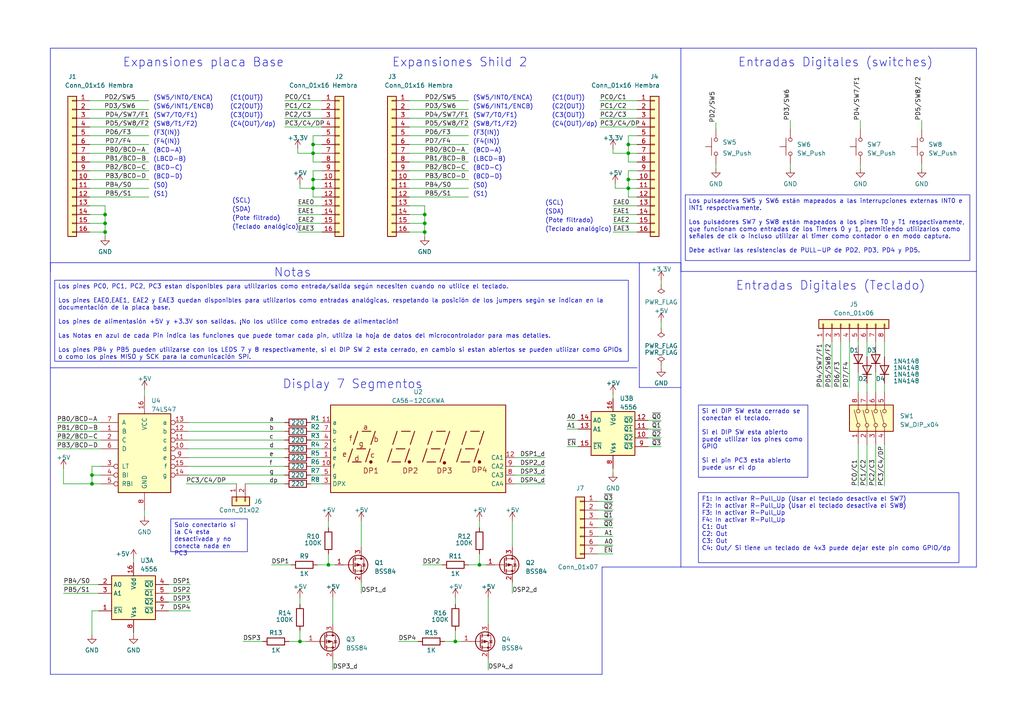
<source format=kicad_sch>
(kicad_sch (version 20230121) (generator eeschema)
  (paper "A4")
  (title_block (title "Shield 2") (date "2023-03-02") (rev "Rev 1.0") (company "E.E.S.T. N°1 V.L."))
  (lib_symbols
    (symbol "4xxx_IEEE:4556"
      (property "Reference" "U" (at 5.08 8.89 0))
      (property "Value" "4556" (at 6.35 -8.89 0))
      (symbol "4556_0_1"
        (pin power_in line (at 0 10.16 270) (length 3.81) (name "Vdd") (number "16"))
        (pin power_in line (at 0 -10.16 90) (length 3.81) (name "Vss") (number "8"))
      )
      (symbol "4556_1_1"
        (pin input line (at -10.16 -3.81 0) (length 3.81) (name "~{EN}") (number "1"))
        (pin input line (at -10.16 3.81 0) (length 3.81) (name "A0") (number "2"))
        (pin input line (at -10.16 1.27 0) (length 3.81) (name "A1") (number "3"))
        (pin output line (at 10.16 3.81 180) (length 3.81) (name "~{Q0}") (number "4"))
        (pin output line (at 10.16 1.27 180) (length 3.81) (name "~{Q1}") (number "5"))
        (pin output line (at 10.16 -1.27 180) (length 3.81) (name "~{Q2}") (number "6"))
        (pin output line (at 10.16 -3.81 180) (length 3.81) (name "~{Q3}") (number "7"))
      )
      (symbol "4556_2_1"
        (pin output line (at 10.16 -1.27 180) (length 3.81) (name "~{Q2}") (number "10"))
        (pin output line (at 10.16 1.27 180) (length 3.81) (name "~{Q1}") (number "11"))
        (pin output line (at 10.16 3.81 180) (length 3.81) (name "~{Q0}") (number "12"))
        (pin input line (at -10.16 1.27 0) (length 3.81) (name "A1") (number "13"))
        (pin input line (at -10.16 3.81 0) (length 3.81) (name "A0") (number "14"))
        (pin input line (at -10.16 -3.81 0) (length 3.81) (name "~{EN}") (number "15"))
        (pin output line (at 10.16 -3.81 180) (length 3.81) (name "~{Q3}") (number "9"))
      )
    )
    (symbol "74xx:74LS47" (pin_names (offset 1.016))
      (property "Reference" "U" (at -7.62 11.43 0))
      (property "Value" "74LS47" (at -7.62 -13.97 0))
      (symbol "74LS47_1_0"
        (pin input line (at -12.7 5.08 0) (length 5.08) (name "B") (number "1"))
        (pin open_collector inverted (at 12.7 0 180) (length 5.08) (name "d") (number "10"))
        (pin open_collector inverted (at 12.7 2.54 180) (length 5.08) (name "c") (number "11"))
        (pin open_collector inverted (at 12.7 5.08 180) (length 5.08) (name "b") (number "12"))
        (pin open_collector inverted (at 12.7 7.62 180) (length 5.08) (name "a") (number "13"))
        (pin open_collector inverted (at 12.7 -7.62 180) (length 5.08) (name "g") (number "14"))
        (pin open_collector inverted (at 12.7 -5.08 180) (length 5.08) (name "f") (number "15"))
        (pin power_in line (at 0 15.24 270) (length 5.08) (name "VCC") (number "16"))
        (pin input line (at -12.7 2.54 0) (length 5.08) (name "C") (number "2"))
        (pin input inverted (at -12.7 -5.08 0) (length 5.08) (name "LT") (number "3"))
        (pin input inverted (at -12.7 -7.62 0) (length 5.08) (name "BI") (number "4"))
        (pin input inverted (at -12.7 -10.16 0) (length 5.08) (name "RBI") (number "5"))
        (pin input line (at -12.7 0 0) (length 5.08) (name "D") (number "6"))
        (pin input line (at -12.7 7.62 0) (length 5.08) (name "A") (number "7"))
        (pin power_in line (at 0 -17.78 90) (length 5.08) (name "GND") (number "8"))
        (pin open_collector inverted (at 12.7 -2.54 180) (length 5.08) (name "e") (number "9"))
      )
    )
    (symbol "Connector_Generic:Conn_01x02" (pin_names (offset 1.016) hide)
      (property "Reference" "J" (at 0 2.54 0))
      (property "Value" "Conn_01x02" (at 0 -5.08 0))
      (symbol "Conn_01x02_1_1"
        (pin passive line (at -5.08 0 0) (length 3.81) (name "Pin_1") (number "1"))
        (pin passive line (at -5.08 -2.54 0) (length 3.81) (name "Pin_2") (number "2"))
      )
    )
    (symbol "Connector_Generic:Conn_01x07" (pin_names (offset 1.016) hide)
      (property "Reference" "J" (at 0 10.16 0))
      (property "Value" "Conn_01x07" (at 0 -10.16 0))
      (symbol "Conn_01x07_1_1"
        (pin passive line (at -5.08 7.62 0) (length 3.81) (name "Pin_1") (number "1"))
        (pin passive line (at -5.08 5.08 0) (length 3.81) (name "Pin_2") (number "2"))
        (pin passive line (at -5.08 2.54 0) (length 3.81) (name "Pin_3") (number "3"))
        (pin passive line (at -5.08 0 0) (length 3.81) (name "Pin_4") (number "4"))
        (pin passive line (at -5.08 -2.54 0) (length 3.81) (name "Pin_5") (number "5"))
        (pin passive line (at -5.08 -5.08 0) (length 3.81) (name "Pin_6") (number "6"))
        (pin passive line (at -5.08 -7.62 0) (length 3.81) (name "Pin_7") (number "7"))
      )
    )
    (symbol "Connector_Generic:Conn_01x08" (pin_names (offset 1.016) hide)
      (property "Reference" "J" (at 0 10.16 0))
      (property "Value" "Conn_01x08" (at 0 -12.7 0))
      (symbol "Conn_01x08_1_1"
        (pin passive line (at -5.08 7.62 0) (length 3.81) (name "Pin_1") (number "1"))
        (pin passive line (at -5.08 5.08 0) (length 3.81) (name "Pin_2") (number "2"))
        (pin passive line (at -5.08 2.54 0) (length 3.81) (name "Pin_3") (number "3"))
        (pin passive line (at -5.08 0 0) (length 3.81) (name "Pin_4") (number "4"))
        (pin passive line (at -5.08 -2.54 0) (length 3.81) (name "Pin_5") (number "5"))
        (pin passive line (at -5.08 -5.08 0) (length 3.81) (name "Pin_6") (number "6"))
        (pin passive line (at -5.08 -7.62 0) (length 3.81) (name "Pin_7") (number "7"))
        (pin passive line (at -5.08 -10.16 0) (length 3.81) (name "Pin_8") (number "8"))
      )
    )
    (symbol "Connector_Generic:Conn_01x16" (pin_names (offset 1.016) hide)
      (property "Reference" "J" (at 0 20.32 0))
      (property "Value" "Conn_01x16" (at 0 -22.86 0))
      (symbol "Conn_01x16_1_1"
        (pin passive line (at -5.08 17.78 0) (length 3.81) (name "Pin_1") (number "1"))
        (pin passive line (at -5.08 -5.08 0) (length 3.81) (name "Pin_10") (number "10"))
        (pin passive line (at -5.08 -7.62 0) (length 3.81) (name "Pin_11") (number "11"))
        (pin passive line (at -5.08 -10.16 0) (length 3.81) (name "Pin_12") (number "12"))
        (pin passive line (at -5.08 -12.7 0) (length 3.81) (name "Pin_13") (number "13"))
        (pin passive line (at -5.08 -15.24 0) (length 3.81) (name "Pin_14") (number "14"))
        (pin passive line (at -5.08 -17.78 0) (length 3.81) (name "Pin_15") (number "15"))
        (pin passive line (at -5.08 -20.32 0) (length 3.81) (name "Pin_16") (number "16"))
        (pin passive line (at -5.08 15.24 0) (length 3.81) (name "Pin_2") (number "2"))
        (pin passive line (at -5.08 12.7 0) (length 3.81) (name "Pin_3") (number "3"))
        (pin passive line (at -5.08 10.16 0) (length 3.81) (name "Pin_4") (number "4"))
        (pin passive line (at -5.08 7.62 0) (length 3.81) (name "Pin_5") (number "5"))
        (pin passive line (at -5.08 5.08 0) (length 3.81) (name "Pin_6") (number "6"))
        (pin passive line (at -5.08 2.54 0) (length 3.81) (name "Pin_7") (number "7"))
        (pin passive line (at -5.08 0 0) (length 3.81) (name "Pin_8") (number "8"))
        (pin passive line (at -5.08 -2.54 0) (length 3.81) (name "Pin_9") (number "9"))
      )
    )
    (symbol "Device:R" (pin_numbers hide) (pin_names (offset 0))
      (property "Reference" "R" (at 2.032 0 90))
      (property "Value" "R" (at 0 0 90))
      (symbol "R_1_1"
        (pin passive line (at 0 3.81 270) (length 1.27) (name "~") (number "1"))
        (pin passive line (at 0 -3.81 90) (length 1.27) (name "~") (number "2"))
      )
    )
    (symbol "Diode:1N4148" (pin_numbers hide) (pin_names hide)
      (property "Reference" "D" (at 0 2.54 0))
      (property "Value" "1N4148" (at 0 -2.54 0))
      (symbol "1N4148_1_1"
        (pin passive line (at -3.81 0 0) (length 2.54) (name "K") (number "1"))
        (pin passive line (at 3.81 0 180) (length 2.54) (name "A") (number "2"))
      )
    )
    (symbol "Display_Character:CA56-12CGKWA"
      (property "Reference" "U" (at -24.13 13.97 0))
      (property "Value" "CA56-12CGKWA" (at 17.78 13.97 0))
      (symbol "CA56-12CGKWA_0_0"
        (text "a" (at -15.24 6.35 0) (effects (font (size 1.524 1.524))))
        (text "b" (at -12.192 2.794 0) (effects (font (size 1.524 1.524))))
        (text "c" (at -13.208 -1.778 0) (effects (font (size 1.524 1.524))))
        (text "d" (at -17.78 -2.794 0) (effects (font (size 1.524 1.524))))
        (text "DP1" (at -13.716 -6.35 0) (effects (font (size 1.524 1.524))))
        (text "DP2" (at -2.286 -6.35 0) (effects (font (size 1.524 1.524))))
        (text "DP3" (at 7.62 -6.35 0) (effects (font (size 1.524 1.524))))
        (text "DP4" (at 17.78 -6.096 0) (effects (font (size 1.524 1.524))))
        (text "e" (at -21.336 -1.524 0) (effects (font (size 1.524 1.524))))
        (text "f" (at -19.558 3.048 0) (effects (font (size 1.524 1.524))))
        (text "g" (at -16.51 1.524 0) (effects (font (size 1.524 1.524))))
      )
      (symbol "CA56-12CGKWA_1_1"
        (pin input line (at -27.94 -2.54 0) (length 2.54) (name "e") (number "1"))
        (pin input line (at -27.94 -5.08 0) (length 2.54) (name "f") (number "10"))
        (pin input line (at -27.94 7.62 0) (length 2.54) (name "a") (number "11"))
        (pin input line (at 27.94 -2.54 180) (length 2.54) (name "CA1") (number "12"))
        (pin input line (at -27.94 0 0) (length 2.54) (name "d") (number "2"))
        (pin input line (at -27.94 -10.16 0) (length 2.54) (name "DPX") (number "3"))
        (pin input line (at -27.94 2.54 0) (length 2.54) (name "c") (number "4"))
        (pin input line (at -27.94 -7.62 0) (length 2.54) (name "g") (number "5"))
        (pin input line (at 27.94 -10.16 180) (length 2.54) (name "CA4") (number "6"))
        (pin input line (at -27.94 5.08 0) (length 2.54) (name "b") (number "7"))
        (pin input line (at 27.94 -7.62 180) (length 2.54) (name "CA3") (number "8"))
        (pin input line (at 27.94 -5.08 180) (length 2.54) (name "CA2") (number "9"))
      )
    )
    (symbol "Switch:SW_DIP_x04" (pin_names (offset 0) hide)
      (property "Reference" "SW" (at 0 8.89 0))
      (property "Value" "SW_DIP_x04" (at 0 -6.35 0))
      (symbol "SW_DIP_x04_1_1"
        (pin passive line (at -7.62 5.08 0) (length 5.08) (name "~") (number "1"))
        (pin passive line (at -7.62 2.54 0) (length 5.08) (name "~") (number "2"))
        (pin passive line (at -7.62 0 0) (length 5.08) (name "~") (number "3"))
        (pin passive line (at -7.62 -2.54 0) (length 5.08) (name "~") (number "4"))
        (pin passive line (at 7.62 -2.54 180) (length 5.08) (name "~") (number "5"))
        (pin passive line (at 7.62 0 180) (length 5.08) (name "~") (number "6"))
        (pin passive line (at 7.62 2.54 180) (length 5.08) (name "~") (number "7"))
        (pin passive line (at 7.62 5.08 180) (length 5.08) (name "~") (number "8"))
      )
    )
    (symbol "Switch:SW_Push" (pin_numbers hide) (pin_names (offset 1.016) hide)
      (property "Reference" "SW" (at 1.27 2.54 0))
      (property "Value" "SW_Push" (at 0 -1.524 0))
      (symbol "SW_Push_0_1"
        (pin passive line (at -5.08 0 0) (length 2.54) (name "1") (number "1"))
        (pin passive line (at 5.08 0 180) (length 2.54) (name "2") (number "2"))
      )
    )
    (symbol "Transistor_FET:BSS84" (pin_names hide)
      (property "Reference" "Q" (at 5.08 1.905 0))
      (property "Value" "BSS84" (at 5.08 0 0))
      (symbol "BSS84_1_1"
        (pin input line (at -5.08 0 0) (length 2.54) (name "G") (number "1"))
        (pin passive line (at 2.54 -5.08 90) (length 2.54) (name "S") (number "2"))
        (pin passive line (at 2.54 5.08 270) (length 2.54) (name "D") (number "3"))
      )
    )
    (symbol "power:+3.3V" (power) (pin_names (offset 0))
      (property "Value" "+3.3V" (at 0 3.556 0))
      (symbol "+3.3V_1_1"
        (pin power_in line (at 0 0 90) (length 0) hide (name "+3.3V") (number "1"))
      )
    )
    (symbol "power:+5V" (power) (pin_names (offset 0))
      (property "Value" "+5V" (at 0 3.556 0))
      (symbol "+5V_1_1"
        (pin power_in line (at 0 0 90) (length 0) hide (name "+5V") (number "1"))
      )
    )
    (symbol "power:GND" (power) (pin_names (offset 0))
      (property "Value" "GND" (at 0 -3.81 0))
      (symbol "GND_1_1"
        (pin power_in line (at 0 0 270) (length 0) hide (name "GND") (number "1"))
      )
    )
    (symbol "power:PWR_FLAG" (power) (pin_numbers hide) (pin_names (offset 0) hide)
      (property "Value" "PWR_FLAG" (at 0 3.81 0))
      (symbol "PWR_FLAG_0_0"
        (pin power_out line (at 0 0 90) (length 0) (name "pwr") (number "1"))
      )
    )
  )
  (junction (at 30.48 62.23))
  (junction (at 90.805 52.07))
  (junction (at 182.245 52.07))
  (junction (at 30.48 67.31))
  (junction (at 26.67 137.795))
  (junction (at 26.67 140.335))
  (junction (at 123.19 64.77))
  (junction (at 182.245 41.91))
  (junction (at 30.48 64.77))
  (junction (at 123.19 67.31))
  (junction (at 90.805 41.91))
  (junction (at 95.25 163.83))
  (junction (at 90.805 54.61))
  (junction (at 123.19 62.23))
  (junction (at 182.245 54.61))
  (junction (at 132.08 186.055))
  (junction (at 139.065 163.83))
  (junction (at 90.805 44.45))
  (junction (at 182.245 44.45))
  (junction (at 86.995 186.055))
  (wire (pts (xy 30.48 68.58) (xy 30.48 67.31)))
  (wire (pts (xy 16.51 122.555) (xy 29.21 122.555)))
  (polyline (pts (xy 14.605 76.2) (xy 197.485 76.2)))
  (wire (pts (xy 30.48 64.77) (xy 30.48 67.31)))
  (wire (pts (xy 187.96 127) (xy 191.77 127)))
  (wire (pts (xy 86.36 43.18) (xy 86.36 44.45)))
  (wire (pts (xy 248.92 99.06) (xy 248.92 100.33)))
  (wire (pts (xy 207.645 48.895) (xy 207.645 47.625)))
  (wire (pts (xy 96.52 180.975) (xy 96.52 173.355)))
  (wire (pts (xy 54.61 132.715) (xy 82.55 132.715)))
  (wire (pts (xy 30.48 59.69) (xy 30.48 62.23)))
  (wire (pts (xy 173.99 29.21) (xy 184.785 29.21)))
  (wire (pts (xy 71.12 140.335) (xy 82.55 140.335)))
  (wire (pts (xy 123.19 59.69) (xy 118.745 59.69)))
  (wire (pts (xy 26.035 54.61) (xy 43.18 54.61)))
  (polyline (pts (xy 14.605 13.97) (xy 197.485 13.97)))
  (wire (pts (xy 182.245 44.45) (xy 184.785 44.45)))
  (polyline (pts (xy 14.605 76.2) (xy 14.605 195.58)))
  (wire (pts (xy 38.735 184.15) (xy 38.735 183.515)))
  (wire (pts (xy 90.805 41.91) (xy 93.345 41.91)))
  (wire (pts (xy 104.775 158.75) (xy 104.775 151.13)))
  (polyline (pts (xy 197.485 164.465) (xy 197.485 76.2)))
  (wire (pts (xy 90.805 44.45) (xy 93.345 44.45)))
  (wire (pts (xy 48.895 169.545) (xy 55.245 169.545)))
  (wire (pts (xy 173.99 36.83) (xy 184.785 36.83)))
  (wire (pts (xy 254 99.06) (xy 254 100.33)))
  (wire (pts (xy 182.245 52.07) (xy 184.785 52.07)))
  (wire (pts (xy 93.345 49.53) (xy 90.805 49.53)))
  (wire (pts (xy 177.8 135.89) (xy 177.8 137.16)))
  (polyline (pts (xy 174.625 195.58) (xy 174.625 164.465)))
  (wire (pts (xy 86.36 67.31) (xy 93.345 67.31)))
  (wire (pts (xy 26.035 41.91) (xy 43.18 41.91)))
  (wire (pts (xy 26.67 135.255) (xy 26.67 137.795)))
  (wire (pts (xy 90.17 140.335) (xy 93.345 140.335)))
  (wire (pts (xy 26.035 36.83) (xy 43.18 36.83)))
  (wire (pts (xy 182.245 39.37) (xy 182.245 41.91)))
  (wire (pts (xy 54.61 130.175) (xy 82.55 130.175)))
  (wire (pts (xy 26.035 44.45) (xy 43.18 44.45)))
  (wire (pts (xy 118.745 31.75) (xy 135.89 31.75)))
  (wire (pts (xy 48.895 174.625) (xy 55.245 174.625)))
  (wire (pts (xy 86.36 44.45) (xy 90.805 44.45)))
  (wire (pts (xy 118.745 36.83) (xy 135.89 36.83)))
  (wire (pts (xy 177.8 158.115) (xy 173.355 158.115)))
  (polyline (pts (xy 197.485 13.97) (xy 283.21 13.97)))
  (wire (pts (xy 54.61 135.255) (xy 82.55 135.255)))
  (wire (pts (xy 48.895 177.165) (xy 55.245 177.165)))
  (wire (pts (xy 26.035 29.21) (xy 43.18 29.21)))
  (wire (pts (xy 95.25 160.655) (xy 95.25 163.83)))
  (wire (pts (xy 118.745 62.23) (xy 123.19 62.23)))
  (polyline (pts (xy 14.605 195.58) (xy 174.625 195.58)))
  (wire (pts (xy 90.17 130.175) (xy 93.345 130.175)))
  (wire (pts (xy 187.96 121.92) (xy 191.77 121.92)))
  (wire (pts (xy 90.805 54.61) (xy 93.345 54.61)))
  (wire (pts (xy 182.245 54.61) (xy 184.785 54.61)))
  (wire (pts (xy 164.465 124.46) (xy 167.64 124.46)))
  (wire (pts (xy 38.735 161.925) (xy 38.735 163.195)))
  (wire (pts (xy 173.99 31.75) (xy 184.785 31.75)))
  (wire (pts (xy 249.555 48.895) (xy 249.555 47.625)))
  (wire (pts (xy 54.61 125.095) (xy 82.55 125.095)))
  (wire (pts (xy 26.035 34.29) (xy 43.18 34.29)))
  (wire (pts (xy 139.065 151.13) (xy 139.065 153.035)))
  (wire (pts (xy 118.745 34.29) (xy 135.89 34.29)))
  (wire (pts (xy 41.91 113.03) (xy 41.91 114.935)))
  (wire (pts (xy 249.555 34.925) (xy 249.555 37.465)))
  (wire (pts (xy 164.465 121.92) (xy 167.64 121.92)))
  (wire (pts (xy 132.08 186.055) (xy 133.985 186.055)))
  (wire (pts (xy 187.96 129.54) (xy 191.77 129.54)))
  (wire (pts (xy 256.54 111.125) (xy 256.54 113.665)))
  (wire (pts (xy 93.345 39.37) (xy 90.805 39.37)))
  (wire (pts (xy 191.77 106.045) (xy 191.77 106.68)))
  (wire (pts (xy 30.48 62.23) (xy 30.48 64.77)))
  (wire (pts (xy 177.8 67.31) (xy 184.785 67.31)))
  (polyline (pts (xy 283.21 13.97) (xy 283.21 164.465)))
  (wire (pts (xy 86.36 64.77) (xy 93.345 64.77)))
  (wire (pts (xy 86.995 173.355) (xy 86.995 175.26)))
  (wire (pts (xy 26.035 57.15) (xy 43.18 57.15)))
  (wire (pts (xy 177.8 145.415) (xy 173.355 145.415)))
  (wire (pts (xy 118.745 57.15) (xy 135.89 57.15)))
  (wire (pts (xy 86.36 62.23) (xy 93.345 62.23)))
  (wire (pts (xy 187.96 124.46) (xy 191.77 124.46)))
  (wire (pts (xy 118.745 49.53) (xy 135.89 49.53)))
  (wire (pts (xy 90.17 132.715) (xy 93.345 132.715)))
  (wire (pts (xy 30.48 59.69) (xy 26.035 59.69)))
  (wire (pts (xy 191.77 93.345) (xy 191.77 95.25)))
  (wire (pts (xy 123.19 68.58) (xy 123.19 67.31)))
  (wire (pts (xy 70.485 186.055) (xy 76.2 186.055)))
  (wire (pts (xy 132.08 173.355) (xy 132.08 175.26)))
  (polyline (pts (xy 174.625 164.465) (xy 197.485 164.465)))
  (wire (pts (xy 18.415 135.89) (xy 18.415 140.335)))
  (wire (pts (xy 254 128.905) (xy 254 140.97)))
  (wire (pts (xy 26.67 137.795) (xy 26.67 140.335)))
  (polyline (pts (xy 197.485 78.74) (xy 283.21 78.74)))
  (wire (pts (xy 148.59 151.13) (xy 148.59 158.75)))
  (wire (pts (xy 132.08 182.88) (xy 132.08 186.055)))
  (wire (pts (xy 182.245 57.15) (xy 184.785 57.15)))
  (wire (pts (xy 90.805 52.07) (xy 93.345 52.07)))
  (wire (pts (xy 16.51 125.095) (xy 29.21 125.095)))
  (wire (pts (xy 246.38 99.06) (xy 246.38 112.395)))
  (polyline (pts (xy 14.605 106.68) (xy 184.785 106.68)))
  (wire (pts (xy 254 107.95) (xy 254 113.665)))
  (wire (pts (xy 90.805 44.45) (xy 90.805 46.99)))
  (wire (pts (xy 16.51 130.175) (xy 29.21 130.175)))
  (wire (pts (xy 54.61 122.555) (xy 82.55 122.555)))
  (wire (pts (xy 82.55 36.83) (xy 93.345 36.83)))
  (wire (pts (xy 122.555 163.83) (xy 128.27 163.83)))
  (wire (pts (xy 123.19 62.23) (xy 123.19 64.77)))
  (wire (pts (xy 86.995 54.61) (xy 90.805 54.61)))
  (wire (pts (xy 96.52 191.135) (xy 96.52 194.31)))
  (wire (pts (xy 256.54 128.905) (xy 256.54 140.97)))
  (wire (pts (xy 148.59 168.91) (xy 148.59 172.085)))
  (wire (pts (xy 86.995 186.055) (xy 88.9 186.055)))
  (wire (pts (xy 29.21 140.335) (xy 26.67 140.335)))
  (wire (pts (xy 123.19 59.69) (xy 123.19 62.23)))
  (wire (pts (xy 18.415 172.085) (xy 28.575 172.085)))
  (wire (pts (xy 267.335 48.895) (xy 267.335 47.625)))
  (wire (pts (xy 177.8 150.495) (xy 173.355 150.495)))
  (wire (pts (xy 182.245 52.07) (xy 182.245 54.61)))
  (wire (pts (xy 177.8 44.45) (xy 182.245 44.45)))
  (wire (pts (xy 182.245 44.45) (xy 182.245 46.99)))
  (wire (pts (xy 182.245 54.61) (xy 182.245 57.15)))
  (wire (pts (xy 82.55 29.21) (xy 93.345 29.21)))
  (wire (pts (xy 115.57 186.055) (xy 121.285 186.055)))
  (wire (pts (xy 95.25 151.13) (xy 95.25 153.035)))
  (wire (pts (xy 238.76 99.06) (xy 238.76 112.395)))
  (wire (pts (xy 90.17 127.635) (xy 93.345 127.635)))
  (wire (pts (xy 78.74 163.83) (xy 84.455 163.83)))
  (wire (pts (xy 118.745 44.45) (xy 135.89 44.45)))
  (polyline (pts (xy 14.605 78.74) (xy 14.605 13.97)))
  (wire (pts (xy 251.46 128.905) (xy 251.46 140.97)))
  (wire (pts (xy 182.245 49.53) (xy 182.245 52.07)))
  (wire (pts (xy 92.075 163.83) (xy 95.25 163.83)))
  (wire (pts (xy 251.46 99.06) (xy 251.46 103.505)))
  (wire (pts (xy 90.805 52.07) (xy 90.805 54.61)))
  (wire (pts (xy 248.92 107.95) (xy 248.92 113.665)))
  (wire (pts (xy 182.245 41.91) (xy 184.785 41.91)))
  (wire (pts (xy 177.8 59.69) (xy 184.785 59.69)))
  (wire (pts (xy 123.19 64.77) (xy 123.19 67.31)))
  (wire (pts (xy 182.245 41.91) (xy 182.245 44.45)))
  (wire (pts (xy 86.995 182.88) (xy 86.995 186.055)))
  (wire (pts (xy 90.17 135.255) (xy 93.345 135.255)))
  (wire (pts (xy 139.065 160.655) (xy 139.065 163.83)))
  (wire (pts (xy 177.8 62.23) (xy 184.785 62.23)))
  (wire (pts (xy 177.8 64.77) (xy 184.785 64.77)))
  (wire (pts (xy 251.46 111.125) (xy 251.46 113.665)))
  (wire (pts (xy 118.745 29.21) (xy 135.89 29.21)))
  (wire (pts (xy 256.54 99.06) (xy 256.54 103.505)))
  (wire (pts (xy 90.17 137.795) (xy 93.345 137.795)))
  (wire (pts (xy 118.745 54.61) (xy 135.89 54.61)))
  (wire (pts (xy 164.465 129.54) (xy 167.64 129.54)))
  (polyline (pts (xy 185.42 76.2) (xy 185.42 112.395)))
  (wire (pts (xy 90.17 125.095) (xy 93.345 125.095)))
  (wire (pts (xy 86.995 53.34) (xy 86.995 54.61)))
  (wire (pts (xy 118.745 41.91) (xy 135.89 41.91)))
  (wire (pts (xy 90.17 122.555) (xy 93.345 122.555)))
  (wire (pts (xy 26.035 39.37) (xy 43.18 39.37)))
  (wire (pts (xy 41.91 147.955) (xy 41.91 149.86)))
  (wire (pts (xy 26.67 177.165) (xy 26.67 184.15)))
  (wire (pts (xy 141.605 180.975) (xy 141.605 173.355)))
  (wire (pts (xy 182.245 46.99) (xy 184.785 46.99)))
  (wire (pts (xy 26.035 49.53) (xy 43.18 49.53)))
  (wire (pts (xy 104.775 168.91) (xy 104.775 172.085)))
  (wire (pts (xy 83.82 186.055) (xy 86.995 186.055)))
  (wire (pts (xy 173.99 34.29) (xy 184.785 34.29)))
  (wire (pts (xy 26.035 52.07) (xy 43.18 52.07)))
  (wire (pts (xy 149.225 132.715) (xy 158.115 132.715)))
  (wire (pts (xy 26.67 177.165) (xy 28.575 177.165)))
  (wire (pts (xy 26.035 64.77) (xy 30.48 64.77)))
  (wire (pts (xy 135.89 163.83) (xy 139.065 163.83)))
  (wire (pts (xy 207.645 37.465) (xy 207.645 35.56)))
  (wire (pts (xy 191.77 81.28) (xy 191.77 82.55)))
  (wire (pts (xy 90.805 46.99) (xy 93.345 46.99)))
  (polyline (pts (xy 185.42 112.395) (xy 197.485 112.395)))
  (wire (pts (xy 90.805 54.61) (xy 90.805 57.15)))
  (polyline (pts (xy 283.21 164.465) (xy 197.485 164.465)))
  (wire (pts (xy 178.435 53.34) (xy 178.435 54.61)))
  (wire (pts (xy 54.61 137.795) (xy 82.55 137.795)))
  (wire (pts (xy 90.805 41.91) (xy 90.805 44.45)))
  (wire (pts (xy 177.8 147.955) (xy 173.355 147.955)))
  (wire (pts (xy 141.605 191.135) (xy 141.605 194.31)))
  (wire (pts (xy 82.55 34.29) (xy 93.345 34.29)))
  (wire (pts (xy 86.36 59.69) (xy 93.345 59.69)))
  (wire (pts (xy 128.905 186.055) (xy 132.08 186.055)))
  (wire (pts (xy 90.805 39.37) (xy 90.805 41.91)))
  (wire (pts (xy 118.745 67.31) (xy 123.19 67.31)))
  (wire (pts (xy 177.8 160.655) (xy 173.355 160.655)))
  (wire (pts (xy 118.745 46.99) (xy 135.89 46.99)))
  (wire (pts (xy 177.8 114.3) (xy 177.8 115.57)))
  (wire (pts (xy 229.235 48.895) (xy 229.235 47.625)))
  (wire (pts (xy 149.225 135.255) (xy 158.115 135.255)))
  (wire (pts (xy 18.415 169.545) (xy 28.575 169.545)))
  (wire (pts (xy 248.92 128.905) (xy 248.92 140.97)))
  (wire (pts (xy 90.805 57.15) (xy 93.345 57.15)))
  (wire (pts (xy 26.035 46.99) (xy 43.18 46.99)))
  (wire (pts (xy 82.55 31.75) (xy 93.345 31.75)))
  (wire (pts (xy 16.51 127.635) (xy 29.21 127.635)))
  (wire (pts (xy 184.785 39.37) (xy 182.245 39.37)))
  (wire (pts (xy 177.8 155.575) (xy 173.355 155.575)))
  (wire (pts (xy 118.745 52.07) (xy 135.89 52.07)))
  (wire (pts (xy 48.895 172.085) (xy 55.245 172.085)))
  (wire (pts (xy 149.225 137.795) (xy 158.115 137.795)))
  (wire (pts (xy 184.785 49.53) (xy 182.245 49.53)))
  (wire (pts (xy 177.8 153.035) (xy 173.355 153.035)))
  (wire (pts (xy 26.67 140.335) (xy 18.415 140.335)))
  (wire (pts (xy 243.84 99.06) (xy 243.84 112.395)))
  (wire (pts (xy 90.805 49.53) (xy 90.805 52.07)))
  (wire (pts (xy 149.225 140.335) (xy 158.115 140.335)))
  (wire (pts (xy 118.745 39.37) (xy 135.89 39.37)))
  (wire (pts (xy 229.235 34.925) (xy 229.235 37.465)))
  (wire (pts (xy 241.3 99.06) (xy 241.3 112.395)))
  (polyline (pts (xy 197.485 13.97) (xy 197.485 78.74)))
  (wire (pts (xy 177.8 43.18) (xy 177.8 44.45)))
  (wire (pts (xy 29.21 137.795) (xy 26.67 137.795)))
  (wire (pts (xy 26.035 67.31) (xy 30.48 67.31)))
  (wire (pts (xy 267.335 37.465) (xy 267.335 34.925)))
  (wire (pts (xy 26.035 31.75) (xy 43.18 31.75)))
  (wire (pts (xy 118.745 64.77) (xy 123.19 64.77)))
  (wire (pts (xy 139.065 163.83) (xy 140.97 163.83)))
  (wire (pts (xy 54.61 127.635) (xy 82.55 127.635)))
  (wire (pts (xy 26.035 62.23) (xy 30.48 62.23)))
  (wire (pts (xy 53.975 140.335) (xy 68.58 140.335)))
  (wire (pts (xy 178.435 54.61) (xy 182.245 54.61)))
  (wire (pts (xy 95.25 163.83) (xy 97.155 163.83)))
  (wire (pts (xy 29.21 135.255) (xy 26.67 135.255)))
  (text_box "Si el DIP SW esta cerrado se conectan el teclado.\n\nSi el DIP SW esta abierto puede utilizar los pines como GPIO\n\nSi el pin PC3 esta abierto puede usr el dp" (at 202.565 117.475 0) (size 31.75 20.955) (effects (font (size 1.27 1.27)) (justify left top)))
  (text_box "Los pines PC0, PC1, PC2, PC3 estan disponibles para utilizarlos como entrada/salida según necesiten cuando no utilice el teclado.\n\nLos pines EAE0,EAE1, EAE2 y EAE3 quedan disponibles para utilizarlos como entradas analógicas, respetando la posición de los jumpers según se indican en la documentación de la placa base.\n\nLos pines de alimentasión +5V y +3.3V son salidas. ¡No los utilice como entradas de alimentación! \n\nLas Notas en azul de cada Pin indica las funciones que puede tomar cada pin, utiliza la hoja de datos del microcontrolador para mas detalles.\n\nLos pines PB4 y PB5 pueden utilizarse con los LEDS 7 y 8 respectivamente, si el DIP SW 2 esta cerrado, en cambio si estan abiertos se pueden utilizar como GPIOs o como los pines MISO y SCK para la comunicación SPI." (at 15.875 81.28 0) (size 166.37 23.495) (effects (font (size 1.27 1.27)) (justify left top)))
  (text_box "Los pulsadores SW5 y SW6 están mapeados a las interrupciones externas INT0 e INT1 respectivamente.\n\nLos pulsadores SW7 y SW8 están mapeados a los pines T0 y T1 respectivamente, que funcionan como entradas de los Timers 0 y 1, permitiendo utilizarlos como señales de clk o incluso utilizar al timer como contador o en modo captura. \n\nDebe activar las resistencias de PULL-UP de PD2, PD3, PD4 y PD5." (at 198.755 56.515 0) (size 82.55 19.05) (effects (font (size 1.27 1.27)) (justify left top)))
  (text_box "F1: In activar R-Pull_Up (Usar el teclado desactiva el SW7)\nF2: In activar R-Pull_Up (Usar el teclado desactiva el SW8)\nF3: In activar R-Pull_Up\nF4: In activar R-Pull_Up\nC1: Out\nC2: Out\nC3: Out\nC4: Out/ Si tiene un teclado de 4x3 puede dejar este pin como GPIO/dp" (at 202.565 142.875 0) (size 75.565 20.32) (effects (font (size 1.27 1.27)) (justify left top)))
  (text_box "Solo conectarlo si la C4 esta desactivada y no conecta nada en PC3" (at 49.53 150.495 0) (size 22.225 9.525) (effects (font (size 1.27 1.27)) (justify left top)))
  (text "(SW6/INT1/ENCB)" (at 44.45 31.75 0) (effects (font (size 1.27 1.27)) (justify left bottom)))
  (text "(F4(IN))" (at 44.45 41.91 0) (effects (font (size 1.27 1.27)) (justify left bottom)))
  (text "(C2(OUT))" (at 66.675 31.75 0) (effects (font (size 1.27 1.27)) (justify left bottom)))
  (text "(SW5/INT0/ENCA)" (at 137.16 29.21 0) (effects (font (size 1.27 1.27)) (justify left bottom)))
  (text "(SW7/T0/F1)" (at 137.16 34.29 0) (effects (font (size 1.27 1.27)) (justify left bottom)))
  (text "(SDA)" (at 67.31 61.595 0) (effects (font (size 1.27 1.27)) (justify left bottom)))
  (text "(Teclado analógico)" (at 158.115 67.31 0) (effects (font (size 1.27 1.27)) (justify left bottom)))
  (text "(SCL)" (at 158.115 59.69 0) (effects (font (size 1.27 1.27)) (justify left bottom)))
  (text "(S0)" (at 44.45 54.61 0) (effects (font (size 1.27 1.27)) (justify left bottom)))
  (text "(BCD-A)" (at 137.16 44.45 0) (effects (font (size 1.27 1.27)) (justify left bottom)))
  (text "(SW7/T0/F1)" (at 44.45 34.29 0) (effects (font (size 1.27 1.27)) (justify left bottom)))
  (text "(C3(OUT))" (at 66.675 34.29 0) (effects (font (size 1.27 1.27)) (justify left bottom)))
  (text "(LBCD-B)" (at 137.16 46.99 0) (effects (font (size 1.27 1.27)) (justify left bottom)))
  (text "Expansiones Shild 2" (at 113.665 19.685 0) (effects (font (size 2.54 2.54)) (justify left bottom)))
  (text "(F3(IN))" (at 137.16 39.37 0) (effects (font (size 1.27 1.27)) (justify left bottom)))
  (text "(Pote filtrado)" (at 158.115 64.77 0) (effects (font (size 1.27 1.27)) (justify left bottom)))
  (text "(SW6/INT1/ENCB)" (at 137.16 31.75 0) (effects (font (size 1.27 1.27)) (justify left bottom)))
  (text "(C3(OUT))" (at 160.02 34.29 0) (effects (font (size 1.27 1.27)) (justify left bottom)))
  (text "(Teclado analógico)" (at 67.31 66.675 0) (effects (font (size 1.27 1.27)) (justify left bottom)))
  (text "Entradas Digitales (Teclado)" (at 213.36 84.455 0) (effects (font (size 2.54 2.54)) (justify left bottom)))
  (text "(C4(OUT)/dp)" (at 160.02 36.83 0) (effects (font (size 1.27 1.27)) (justify left bottom)))
  (text "(SW8/T1/F2)" (at 137.16 36.83 0) (effects (font (size 1.27 1.27)) (justify left bottom)))
  (text "(SCL)" (at 67.31 59.055 0) (effects (font (size 1.27 1.27)) (justify left bottom)))
  (text "(F4(IN))" (at 137.16 41.91 0) (effects (font (size 1.27 1.27)) (justify left bottom)))
  (text "(SDA)" (at 158.115 62.23 0) (effects (font (size 1.27 1.27)) (justify left bottom)))
  (text "(F3(IN))" (at 44.45 39.37 0) (effects (font (size 1.27 1.27)) (justify left bottom)))
  (text "(C1(OUT))" (at 160.02 29.21 0) (effects (font (size 1.27 1.27)) (justify left bottom)))
  (text "(C4(OUT)/dp)" (at 66.675 36.83 0) (effects (font (size 1.27 1.27)) (justify left bottom)))
  (text "(BCD-A)" (at 44.45 44.45 0) (effects (font (size 1.27 1.27)) (justify left bottom)))
  (text "(LBCD-B)" (at 44.45 46.99 0) (effects (font (size 1.27 1.27)) (justify left bottom)))
  (text "Notas" (at 79.375 80.645 0) (effects (font (size 2.54 2.54)) (justify left bottom)))
  (text "(SW5/INT0/ENCA)" (at 44.45 29.21 0) (effects (font (size 1.27 1.27)) (justify left bottom)))
  (text "Display 7 Segmentos" (at 81.915 113.03 0) (effects (font (size 2.54 2.54)) (justify left bottom)))
  (text "(S1)" (at 44.45 57.15 0) (effects (font (size 1.27 1.27)) (justify left bottom)))
  (text "(C2(OUT))" (at 160.02 31.75 0) (effects (font (size 1.27 1.27)) (justify left bottom)))
  (text "(S0)" (at 137.16 54.61 0) (effects (font (size 1.27 1.27)) (justify left bottom)))
  (text "Expansiones placa Base" (at 35.56 19.685 0) (effects (font (size 2.54 2.54)) (justify left bottom)))
  (text "(C1(OUT))" (at 66.675 29.21 0) (effects (font (size 1.27 1.27)) (justify left bottom)))
  (text "Entradas Digitales (switches)" (at 213.995 19.685 0) (effects (font (size 2.54 2.54)) (justify left bottom)))
  (text "(SW8/T1/F2)" (at 44.45 36.83 0) (effects (font (size 1.27 1.27)) (justify left bottom)))
  (text "(S1)" (at 137.16 57.15 0) (effects (font (size 1.27 1.27)) (justify left bottom)))
  (text "(BCD-C)" (at 137.16 49.53 0) (effects (font (size 1.27 1.27)) (justify left bottom)))
  (text "(BCD-D)" (at 44.45 52.07 0) (effects (font (size 1.27 1.27)) (justify left bottom)))
  (text "(Pote filtrado)" (at 67.31 64.135 0) (effects (font (size 1.27 1.27)) (justify left bottom)))
  (text "(BCD-C)" (at 44.45 49.53 0) (effects (font (size 1.27 1.27)) (justify left bottom)))
  (text "(BCD-D)" (at 137.16 52.07 0) (effects (font (size 1.27 1.27)) (justify left bottom)))
  (label "DSP4_d" (at 141.605 194.31 0))
  (label "PD7{slash}F4" (at 30.48 41.91 0))
  (label "PB1{slash}BCD-B" (at 123.19 46.99 0))
  (label "PB5{slash}S1" (at 123.19 57.15 0))
  (label "PB2{slash}BCD-C" (at 30.48 49.53 0))
  (label "PC1{slash}C2" (at 173.99 31.75 0))
  (label "~{Q2}" (at 177.8 147.955 180))
  (label "PB4{slash}S0" (at 123.19 54.61 0))
  (label "EAE3" (at 86.36 67.31 0))
  (label "EAE1" (at 86.36 62.23 0))
  (label "~{Q2}" (at 191.77 127 180))
  (label "DSP1" (at 55.245 169.545 180))
  (label "PB4{slash}S0" (at 30.48 54.61 0))
  (label "PD2{slash}SW5" (at 39.37 29.21 180))
  (label "PD6{slash}F3" (at 30.48 39.37 0))
  (label "DSP4_d" (at 158.115 140.335 180))
  (label "PC3{slash}C4{slash}DP" (at 256.54 140.97 90))
  (label "PD2{slash}SW5" (at 123.19 29.21 0))
  (label "DSP2" (at 55.245 172.085 180))
  (label "PB0{slash}BCD-A" (at 30.48 44.45 0))
  (label "PD7{slash}F4" (at 123.19 41.91 0))
  (label "PB2{slash}BCD-C" (at 123.19 49.53 0))
  (label "PB1{slash}BCD-B" (at 30.48 46.99 0))
  (label "PB3{slash}BCD-D" (at 30.48 52.07 0))
  (label "PC2{slash}C3" (at 82.55 34.29 0))
  (label "DSP1_d" (at 104.775 172.085 0))
  (label "~{Q1}" (at 191.77 124.46 180))
  (label "DSP3_d" (at 158.115 137.795 180))
  (label "DSP4" (at 115.57 186.055 0))
  (label "~{EN}" (at 177.8 160.655 180))
  (label "A0" (at 177.8 158.115 180))
  (label "~{Q1}" (at 177.8 150.495 180))
  (label "PD3{slash}SW6" (at 229.235 34.925 90))
  (label "PB1{slash}BCD-B" (at 16.51 125.095 0))
  (label "dp" (at 78.105 140.335 0))
  (label "PD6{slash}F3" (at 243.84 112.395 90))
  (label "PD4{slash}SW7{slash}F1" (at 123.19 34.29 0))
  (label "DSP3" (at 55.245 174.625 180))
  (label "PC3{slash}C4{slash}DP" (at 173.99 36.83 0))
  (label "~{Q0}" (at 191.77 121.92 180))
  (label "EAE2" (at 86.36 64.77 0))
  (label "PD7{slash}F4" (at 246.38 112.395 90))
  (label "PB3{slash}BCD-D" (at 123.19 52.07 0))
  (label "PC3{slash}C4{slash}DP" (at 82.55 36.83 0))
  (label "PC3{slash}C4{slash}DP" (at 53.975 140.335 0))
  (label "PC0{slash}C1" (at 82.55 29.21 0))
  (label "DSP4" (at 55.245 177.165 180))
  (label "PB3{slash}BCD-D" (at 16.51 130.175 0))
  (label "PB5{slash}S1" (at 18.415 172.085 0))
  (label "DSP3_d" (at 96.52 194.31 0))
  (label "PD6{slash}F3" (at 123.19 39.37 0))
  (label "PB4{slash}S0" (at 18.415 169.545 0))
  (label "PB5{slash}S1" (at 30.48 57.15 0))
  (label "PD2{slash}SW5" (at 207.645 35.56 90))
  (label "DSP2_d" (at 148.59 172.085 0))
  (label "PD5{slash}SW8{slash}F2" (at 267.335 34.925 90))
  (label "PD5{slash}SW8{slash}F2" (at 30.48 36.83 0))
  (label "PD3{slash}SW6" (at 123.19 31.75 0))
  (label "~{EN}" (at 164.465 129.54 0))
  (label "EAE1" (at 177.8 62.23 0))
  (label "A1" (at 177.8 155.575 180))
  (label "c" (at 78.105 127.635 0))
  (label "~{Q0}" (at 177.8 153.035 180))
  (label "PC0{slash}C1" (at 248.92 140.97 90))
  (label "d" (at 78.105 130.175 0))
  (label "A0" (at 164.465 121.92 0))
  (label "PD4{slash}SW7{slash}F1" (at 30.48 34.29 0))
  (label "e" (at 78.105 132.715 0))
  (label "EAE2" (at 177.8 64.77 0))
  (label "PB0{slash}BCD-A" (at 123.19 44.45 0))
  (label "PD4{slash}SW7{slash}F1" (at 249.555 34.925 90))
  (label "PD5{slash}SW8{slash}F2" (at 241.3 112.395 90))
  (label "DSP2_d" (at 158.115 135.255 180))
  (label "DSP1_d" (at 158.115 132.715 180))
  (label "EAE0" (at 177.8 59.69 0))
  (label "PD5{slash}SW8{slash}F2" (at 123.19 36.83 0))
  (label "PD4{slash}SW7{slash}F1" (at 238.76 112.395 90))
  (label "PB2{slash}BCD-C" (at 16.51 127.635 0))
  (label "f" (at 78.105 135.255 0))
  (label "~{Q3}" (at 177.8 145.415 180))
  (label "DSP3" (at 70.485 186.055 0))
  (label "a" (at 78.105 122.555 0))
  (label "PD3{slash}SW6" (at 39.37 31.75 180))
  (label "~{Q3}" (at 191.77 129.54 180))
  (label "EAE0" (at 86.36 59.69 0))
  (label "b" (at 78.105 125.095 0))
  (label "PC0{slash}C1" (at 173.99 29.21 0))
  (label "A1" (at 164.465 124.46 0))
  (label "PC2{slash}C3" (at 173.99 34.29 0))
  (label "PC1{slash}C2" (at 251.46 140.97 90))
  (label "DSP2" (at 122.555 163.83 0))
  (label "DSP1" (at 78.74 163.83 0))
  (label "PB0{slash}BCD-A" (at 16.51 122.555 0))
  (label "g" (at 78.105 137.795 0))
  (label "EAE3" (at 177.8 67.31 0))
  (label "PC2{slash}C3" (at 254 140.97 90))
  (label "PC1{slash}C2" (at 82.55 31.75 0))
  (symbol (lib_id "power:+5V") (at 41.91 113.03 0) (unit 1)
    (property "Reference" "#PWR011" (effects hide))
    (property "Value" "+5V" (at 41.91 109.855 0))
  )
  (symbol (lib_id "power:GND") (at 267.335 48.895 0) (unit 1)
    (property "Reference" "#PWR016" (effects hide))
    (property "Value" "GND" (at 267.335 53.34 0))
  )
  (symbol (lib_id "Device:R") (at 125.095 186.055 90) (unit 1)
    (property "Reference" "R15" (at 125.095 183.515 90))
    (property "Value" "1K" (at 125.095 188.595 90))
    (property "Footprint" "Resistor_SMD:R_1206_3216Metric_Pad1.30x1.75mm_HandSolder" (effects hide))
  )
  (symbol (lib_id "power:+5V") (at 86.995 53.34 0) (unit 1)
    (property "Reference" "#PWR09" (effects hide))
    (property "Value" "+5V" (at 86.995 50.165 0))
  )
  (symbol (lib_id "power:+5V") (at 38.735 161.925 0) (unit 1)
    (property "Reference" "#PWR05" (effects hide))
    (property "Value" "+5V" (at 35.56 160.655 0))
  )
  (symbol (lib_id "power:PWR_FLAG") (at 191.77 82.55 180) (unit 1)
    (property "Reference" "#FLG02" (effects hide))
    (property "Value" "PWR_FLAG" (at 191.77 87.63 0))
  )
  (symbol (lib_id "power:+5V") (at 132.08 173.355 0) (unit 1)
    (property "Reference" "#PWR025" (effects hide))
    (property "Value" "+5V" (at 132.08 170.18 0))
  )
  (symbol (lib_id "Device:R") (at 86.36 135.255 90) (unit 1)
    (property "Reference" "R6" (at 91.44 133.985 90))
    (property "Value" "220" (at 86.36 135.255 90))
    (property "Footprint" "Resistor_THT:R_Axial_DIN0309_L9.0mm_D3.2mm_P12.70mm_Horizontal" (effects hide))
  )
  (symbol (lib_id "Device:R") (at 86.36 122.555 90) (unit 1)
    (property "Reference" "R1" (at 91.44 121.285 90))
    (property "Value" "220" (at 86.36 122.555 90))
    (property "Footprint" "Resistor_THT:R_Axial_DIN0309_L9.0mm_D3.2mm_P12.70mm_Horizontal" (effects hide))
  )
  (symbol (lib_id "Device:R") (at 132.08 179.07 180) (unit 1)
    (property "Reference" "R16" (at 127.635 177.8 0))
    (property "Value" "100K" (at 127.635 179.705 0))
    (property "Footprint" "Resistor_SMD:R_1206_3216Metric_Pad1.30x1.75mm_HandSolder" (effects hide))
  )
  (symbol (lib_id "Switch:SW_Push") (at 249.555 42.545 90) (unit 1)
    (property "Reference" "SW7" (at 251.46 41.91 90) (effects (justify right)))
    (property "Value" "SW_Push" (at 251.46 44.45 90) (effects (justify right)))
    (property "Footprint" "Button_Switch_THT:SW_PUSH_6mm_H8mm" (effects hide))
  )
  (symbol (lib_id "Device:R") (at 86.36 137.795 90) (unit 1)
    (property "Reference" "R7" (at 91.44 136.525 90))
    (property "Value" "220" (at 86.36 137.795 90))
    (property "Footprint" "Resistor_THT:R_Axial_DIN0309_L9.0mm_D3.2mm_P12.70mm_Horizontal" (effects hide))
  )
  (symbol (lib_id "Diode:1N4148") (at 248.92 104.14 90) (unit 1)
    (property "Reference" "D1" (at 246.38 101.6 90) (effects (justify right)))
    (property "Value" "1N4148" (at 259.08 104.775 90) (effects (justify right)))
    (property "Footprint" "Diode_THT:D_DO-35_SOD27_P12.70mm_Horizontal" (effects hide))
    (property "Datasheet" "https://assets.nexperia.com/documents/data-sheet/1N4148_1N4448.pdf" (effects hide))
    (property "Sim.Device" "D" (effects hide))
    (property "Sim.Pins" "1=K 2=A" (effects hide))
  )
  (symbol (lib_id "Device:R") (at 139.065 156.845 180) (unit 1)
    (property "Reference" "R12" (at 134.62 155.575 0))
    (property "Value" "100K" (at 134.62 157.48 0))
    (property "Footprint" "Resistor_SMD:R_1206_3216Metric_Pad1.30x1.75mm_HandSolder" (effects hide))
  )
  (symbol (lib_id "Device:R") (at 86.36 127.635 90) (unit 1)
    (property "Reference" "R3" (at 91.44 126.365 90))
    (property "Value" "220" (at 86.36 127.635 90))
    (property "Footprint" "Resistor_THT:R_Axial_DIN0309_L9.0mm_D3.2mm_P12.70mm_Horizontal" (effects hide))
  )
  (symbol (lib_id "Connector_Generic:Conn_01x07") (at 168.275 153.035 0) (mirror y) (unit 1)
    (property "Reference" "J7" (at 168.275 141.605 0))
    (property "Value" "Conn_01x07" (at 167.64 164.465 0))
    (property "Footprint" "Connector_PinHeader_2.54mm:PinHeader_1x07_P2.54mm_Vertical" (effects hide))
  )
  (symbol (lib_id "power:+3.3V") (at 86.36 43.18 0) (unit 1)
    (property "Reference" "#PWR08" (effects hide))
    (property "Value" "+3.3V" (at 86.36 40.005 0))
  )
  (symbol (lib_id "power:+5V") (at 86.995 173.355 0) (unit 1)
    (property "Reference" "#PWR023" (effects hide))
    (property "Value" "+5V" (at 86.995 170.18 0))
  )
  (symbol (lib_id "Switch:SW_DIP_x04") (at 254 121.285 90) (unit 1)
    (property "Reference" "SW1" (at 260.985 120.65 90) (effects (justify right)))
    (property "Value" "SW_DIP_x04" (at 260.985 123.19 90) (effects (justify right)))
    (property "Footprint" "Button_Switch_THT:SW_DIP_SPSTx04_Slide_9.78x12.34mm_W7.62mm_P2.54mm" (effects hide))
  )
  (symbol (lib_id "power:GND") (at 30.48 68.58 0) (unit 1)
    (property "Reference" "#PWR01" (effects hide))
    (property "Value" "GND" (at 30.48 73.025 0))
  )
  (symbol (lib_id "Transistor_FET:BSS84") (at 93.98 186.055 0) (unit 1)
    (property "Reference" "Q3" (at 100.33 185.42 0) (effects (justify left)))
    (property "Value" "BSS84" (at 100.33 187.96 0) (effects (justify left)))
    (property "Footprint" "Package_TO_SOT_SMD:SOT-23" (effects hide))
    (property "Datasheet" "http://assets.nexperia.com/documents/data-sheet/BSS84.pdf" (effects hide))
  )
  (symbol (lib_id "Device:R") (at 86.36 130.175 90) (unit 1)
    (property "Reference" "R4" (at 91.44 128.905 90))
    (property "Value" "220" (at 86.36 130.175 90))
    (property "Footprint" "Resistor_THT:R_Axial_DIN0309_L9.0mm_D3.2mm_P12.70mm_Horizontal" (effects hide))
  )
  (symbol (lib_id "Connector_Generic:Conn_01x16") (at 189.865 46.99 0) (unit 1)
    (property "Reference" "J4" (at 188.595 22.225 0) (effects (justify left)))
    (property "Value" "Conn_01x16 Hembra" (at 171.45 24.765 0) (effects (justify left)))
    (property "Footprint" "Connector_PinSocket_2.54mm:PinSocket_1x16_P2.54mm_Vertical" (effects hide))
  )
  (symbol (lib_id "power:GND") (at 207.645 48.895 0) (unit 1)
    (property "Reference" "#PWR03" (effects hide))
    (property "Value" "GND" (at 207.645 53.34 0))
  )
  (symbol (lib_id "Device:R") (at 86.995 179.07 180) (unit 1)
    (property "Reference" "R14" (at 82.55 177.8 0))
    (property "Value" "100K" (at 82.55 179.705 0))
    (property "Footprint" "Resistor_SMD:R_1206_3216Metric_Pad1.30x1.75mm_HandSolder" (effects hide))
  )
  (symbol (lib_id "power:+3.3V") (at 177.8 43.18 0) (unit 1)
    (property "Reference" "#PWR018" (effects hide))
    (property "Value" "+3.3V" (at 177.8 40.005 0))
  )
  (symbol (lib_id "power:GND") (at 191.77 106.68 0) (unit 1)
    (property "Reference" "#PWR029" (effects hide))
    (property "Value" "GND" (at 191.77 111.125 0))
  )
  (symbol (lib_id "power:+5V") (at 139.065 151.13 0) (unit 1)
    (property "Reference" "#PWR021" (effects hide))
    (property "Value" "+5V" (at 139.065 147.955 0))
  )
  (symbol (lib_id "power:GND") (at 249.555 48.895 0) (unit 1)
    (property "Reference" "#PWR012" (effects hide))
    (property "Value" "GND" (at 249.555 53.34 0))
  )
  (symbol (lib_id "Diode:1N4148") (at 251.46 107.315 90) (unit 1)
    (property "Reference" "D2" (at 248.92 109.855 90) (effects (justify right)))
    (property "Value" "1N4148" (at 259.08 106.68 90) (effects (justify right)))
    (property "Footprint" "Diode_THT:D_DO-35_SOD27_P12.70mm_Horizontal" (effects hide))
    (property "Datasheet" "https://assets.nexperia.com/documents/data-sheet/1N4148_1N4448.pdf" (effects hide))
    (property "Sim.Device" "D" (effects hide))
    (property "Sim.Pins" "1=K 2=A" (effects hide))
  )
  (symbol (lib_id "Connector_Generic:Conn_01x16") (at 113.665 46.99 0) (mirror y) (unit 1)
    (property "Reference" "J3" (at 114.935 22.225 0) (effects (justify left)))
    (property "Value" "Conn_01x16 Hembra" (at 131.445 24.765 0) (effects (justify left)))
    (property "Footprint" "Connector_PinSocket_2.54mm:PinSocket_1x16_P2.54mm_Vertical" (effects hide))
  )
  (symbol (lib_id "Diode:1N4148") (at 254 104.14 90) (unit 1)
    (property "Reference" "D3" (at 251.46 101.6 90) (effects (justify right)))
    (property "Value" "1N4148" (at 259.08 108.585 90) (effects (justify right)))
    (property "Footprint" "Diode_THT:D_DO-35_SOD27_P12.70mm_Horizontal" (effects hide))
    (property "Datasheet" "https://assets.nexperia.com/documents/data-sheet/1N4148_1N4448.pdf" (effects hide))
    (property "Sim.Device" "D" (effects hide))
    (property "Sim.Pins" "1=K 2=A" (effects hide))
  )
  (symbol (lib_id "Switch:SW_Push") (at 207.645 42.545 90) (unit 1)
    (property "Reference" "SW5" (at 209.55 41.275 90) (effects (justify right)))
    (property "Value" "SW_Push" (at 209.55 44.45 90) (effects (justify right)))
    (property "Footprint" "Button_Switch_THT:SW_PUSH_6mm_H8mm" (effects hide))
  )
  (symbol (lib_id "power:GND") (at 38.735 184.15 0) (unit 1)
    (property "Reference" "#PWR04" (effects hide))
    (property "Value" "GND" (at 38.735 188.595 0))
  )
  (symbol (lib_id "Diode:1N4148") (at 256.54 107.315 90) (unit 1)
    (property "Reference" "D4" (at 254 109.855 90) (effects (justify right)))
    (property "Value" "1N4148" (at 259.08 110.49 90) (effects (justify right)))
    (property "Footprint" "Diode_THT:D_DO-35_SOD27_P12.70mm_Horizontal" (effects hide))
    (property "Datasheet" "https://assets.nexperia.com/documents/data-sheet/1N4148_1N4448.pdf" (effects hide))
    (property "Sim.Device" "D" (effects hide))
    (property "Sim.Pins" "1=K 2=A" (effects hide))
  )
  (symbol (lib_id "power:GND") (at 41.91 149.86 0) (unit 1)
    (property "Reference" "#PWR014" (effects hide))
    (property "Value" "GND" (at 41.91 154.305 0))
  )
  (symbol (lib_id "power:+5V") (at 18.415 135.89 0) (unit 1)
    (property "Reference" "#PWR015" (effects hide))
    (property "Value" "+5V" (at 18.415 132.715 0))
  )
  (symbol (lib_id "Transistor_FET:BSS84") (at 139.065 186.055 0) (unit 1)
    (property "Reference" "Q4" (at 145.415 185.42 0) (effects (justify left)))
    (property "Value" "BSS84" (at 145.415 187.96 0) (effects (justify left)))
    (property "Footprint" "Package_TO_SOT_SMD:SOT-23" (effects hide))
    (property "Datasheet" "http://assets.nexperia.com/documents/data-sheet/BSS84.pdf" (effects hide))
  )
  (symbol (lib_id "power:+5V") (at 177.8 114.3 0) (unit 1)
    (property "Reference" "#PWR010" (effects hide))
    (property "Value" "+5V" (at 177.8 111.125 0))
  )
  (symbol (lib_id "power:GND") (at 229.235 48.895 0) (unit 1)
    (property "Reference" "#PWR07" (effects hide))
    (property "Value" "GND" (at 229.235 53.34 0))
  )
  (symbol (lib_id "power:+5V") (at 104.775 151.13 0) (unit 1)
    (property "Reference" "#PWR020" (effects hide))
    (property "Value" "+5V" (at 104.775 147.955 0))
  )
  (symbol (lib_id "power:+5V") (at 191.77 93.345 0) (unit 1)
    (property "Reference" "#PWR031" (effects hide))
    (property "Value" "+5V" (at 191.77 90.17 0))
  )
  (symbol (lib_id "Device:R") (at 88.265 163.83 90) (unit 1)
    (property "Reference" "R9" (at 88.265 161.29 90))
    (property "Value" "1K" (at 88.265 166.37 90))
    (property "Footprint" "Resistor_SMD:R_1206_3216Metric_Pad1.30x1.75mm_HandSolder" (effects hide))
  )
  (symbol (lib_id "Switch:SW_Push") (at 267.335 42.545 90) (unit 1)
    (property "Reference" "SW8" (at 269.24 41.91 90) (effects (justify right)))
    (property "Value" "SW_Push" (at 269.24 44.45 90) (effects (justify right)))
    (property "Footprint" "Button_Switch_THT:SW_PUSH_6mm_H8mm" (effects hide))
  )
  (symbol (lib_id "power:GND") (at 26.67 184.15 0) (unit 1)
    (property "Reference" "#PWR02" (effects hide))
    (property "Value" "GND" (at 26.67 188.595 0))
  )
  (symbol (lib_id "power:+5V") (at 95.25 151.13 0) (unit 1)
    (property "Reference" "#PWR017" (effects hide))
    (property "Value" "+5V" (at 95.25 147.955 0))
  )
  (symbol (lib_id "Transistor_FET:BSS84") (at 102.235 163.83 0) (unit 1)
    (property "Reference" "Q1" (at 108.585 163.195 0) (effects (justify left)))
    (property "Value" "BSS84" (at 108.585 165.735 0) (effects (justify left)))
    (property "Footprint" "Package_TO_SOT_SMD:SOT-23" (effects hide))
    (property "Datasheet" "http://assets.nexperia.com/documents/data-sheet/BSS84.pdf" (effects hide))
  )
  (symbol (lib_id "Device:R") (at 86.36 140.335 90) (unit 1)
    (property "Reference" "R8" (at 91.44 139.065 90))
    (property "Value" "220" (at 86.36 140.335 90))
    (property "Footprint" "Resistor_THT:R_Axial_DIN0309_L9.0mm_D3.2mm_P12.70mm_Horizontal" (effects hide))
  )
  (symbol (lib_id "Transistor_FET:BSS84") (at 146.05 163.83 0) (unit 1)
    (property "Reference" "Q2" (at 152.4 163.195 0) (effects (justify left)))
    (property "Value" "BSS84" (at 152.4 165.735 0) (effects (justify left)))
    (property "Footprint" "Package_TO_SOT_SMD:SOT-23" (effects hide))
    (property "Datasheet" "http://assets.nexperia.com/documents/data-sheet/BSS84.pdf" (effects hide))
  )
  (symbol (lib_id "power:PWR_FLAG") (at 191.77 95.25 180) (unit 1)
    (property "Reference" "#FLG03" (effects hide))
    (property "Value" "PWR_FLAG" (at 191.77 100.33 0))
  )
  (symbol (lib_id "Connector_Generic:Conn_01x16") (at 20.955 46.99 0) (mirror y) (unit 1)
    (property "Reference" "J1" (at 22.225 22.225 0) (effects (justify left)))
    (property "Value" "Conn_01x16 Hembra" (at 38.735 24.765 0) (effects (justify left)))
    (property "Footprint" "Connector_PinHeader_2.54mm:PinHeader_1x16_P2.54mm_Vertical" (effects hide))
  )
  (symbol (lib_id "Device:R") (at 80.01 186.055 90) (unit 1)
    (property "Reference" "R13" (at 80.01 183.515 90))
    (property "Value" "1K" (at 80.01 188.595 90))
    (property "Footprint" "Resistor_SMD:R_1206_3216Metric_Pad1.30x1.75mm_HandSolder" (effects hide))
  )
  (symbol (lib_id "4xxx_IEEE:4556") (at 177.8 125.73 0) (unit 2)
    (property "Reference" "U3" (at 179.7559 115.57 0) (effects (justify left)))
    (property "Value" "4556" (at 179.7559 118.11 0) (effects (justify left)))
    (property "Footprint" "Package_DIP:DIP-16_W7.62mm_LongPads" (effects hide))
  )
  (symbol (lib_id "Device:R") (at 86.36 132.715 90) (unit 1)
    (property "Reference" "R5" (at 91.44 131.445 90))
    (property "Value" "220" (at 86.36 132.715 90))
    (property "Footprint" "Resistor_THT:R_Axial_DIN0309_L9.0mm_D3.2mm_P12.70mm_Horizontal" (effects hide))
  )
  (symbol (lib_id "74xx:74LS47") (at 41.91 130.175 0) (unit 1)
    (property "Reference" "U4" (at 43.8659 116.205 0) (effects (justify left)))
    (property "Value" "74LS47" (at 43.8659 118.745 0) (effects (justify left)))
    (property "Footprint" "Package_DIP:DIP-16_W7.62mm_LongPads" (effects hide))
    (property "Datasheet" "http://www.ti.com/lit/gpn/sn74LS47" (effects hide))
  )
  (symbol (lib_id "Connector_Generic:Conn_01x08") (at 246.38 93.98 90) (unit 1)
    (property "Reference" "J5" (at 247.65 88.265 90))
    (property "Value" "Conn_01x06" (at 247.65 90.805 90))
    (property "Footprint" "Connector_PinHeader_2.54mm:PinHeader_1x08_P2.54mm_Vertical" (effects hide))
  )
  (symbol (lib_id "power:+5V") (at 148.59 151.13 0) (unit 1)
    (property "Reference" "#PWR022" (effects hide))
    (property "Value" "+5V" (at 148.59 147.955 0))
  )
  (symbol (lib_id "Device:R") (at 95.25 156.845 180) (unit 1)
    (property "Reference" "R10" (at 90.805 155.575 0))
    (property "Value" "100K" (at 90.805 157.48 0))
    (property "Footprint" "Resistor_SMD:R_1206_3216Metric_Pad1.30x1.75mm_HandSolder" (effects hide))
  )
  (symbol (lib_id "power:+3.3V") (at 191.77 81.28 0) (unit 1)
    (property "Reference" "#PWR030" (effects hide))
    (property "Value" "+3.3V" (at 191.77 78.105 0))
  )
  (symbol (lib_id "4xxx_IEEE:4556") (at 38.735 173.355 0) (unit 1)
    (property "Reference" "U3" (at 40.6909 162.56 0) (effects (justify left)))
    (property "Value" "4556" (at 40.6909 165.1 0) (effects (justify left)))
    (property "Footprint" "Package_DIP:DIP-16_W7.62mm_LongPads" (effects hide))
  )
  (symbol (lib_id "power:+5V") (at 141.605 173.355 0) (unit 1)
    (property "Reference" "#PWR026" (effects hide))
    (property "Value" "+5V" (at 141.605 170.18 0))
  )
  (symbol (lib_id "Device:R") (at 86.36 125.095 90) (unit 1)
    (property "Reference" "R2" (at 91.44 123.825 90))
    (property "Value" "220" (at 86.36 125.095 90))
    (property "Footprint" "Resistor_THT:R_Axial_DIN0309_L9.0mm_D3.2mm_P12.70mm_Horizontal" (effects hide))
  )
  (symbol (lib_id "Display_Character:CA56-12CGKWA") (at 121.285 130.175 0) (unit 1)
    (property "Reference" "U2" (at 121.285 113.665 0))
    (property "Value" "CA56-12CGKWA" (at 121.285 116.205 0))
    (property "Footprint" "Display_7Segment:CA56-12CGKWA" (effects hide))
    (property "Datasheet" "http://www.kingbright.com/attachments/file/psearch/000/00/00/CA56-12CGKWA(Ver.9A).pdf" (effects hide))
  )
  (symbol (lib_id "power:GND") (at 123.19 68.58 0) (unit 1)
    (property "Reference" "#PWR013" (effects hide))
    (property "Value" "GND" (at 123.19 73.025 0))
  )
  (symbol (lib_id "Connector_Generic:Conn_01x16") (at 98.425 46.99 0) (unit 1)
    (property "Reference" "J2" (at 97.155 22.225 0) (effects (justify left)))
    (property "Value" "Conn_01x16 Hembra" (at 83.82 24.765 0) (effects (justify left)))
    (property "Footprint" "Connector_PinHeader_2.54mm:PinHeader_1x16_P2.54mm_Vertical" (effects hide))
  )
  (symbol (lib_id "Device:R") (at 132.08 163.83 90) (unit 1)
    (property "Reference" "R11" (at 132.08 161.29 90))
    (property "Value" "1K" (at 132.08 166.37 90))
    (property "Footprint" "Resistor_SMD:R_1206_3216Metric_Pad1.30x1.75mm_HandSolder" (effects hide))
  )
  (symbol (lib_id "power:GND") (at 177.8 137.16 0) (unit 1)
    (property "Reference" "#PWR06" (effects hide))
    (property "Value" "GND" (at 177.8 141.605 0))
  )
  (symbol (lib_id "Switch:SW_Push") (at 229.235 42.545 90) (unit 1)
    (property "Reference" "SW6" (at 231.14 41.91 90) (effects (justify right)))
    (property "Value" "SW_Push" (at 231.14 44.45 90) (effects (justify right)))
    (property "Footprint" "Button_Switch_THT:SW_PUSH_6mm_H8mm" (effects hide))
  )
  (symbol (lib_id "Connector_Generic:Conn_01x02") (at 68.58 145.415 90) (mirror x) (unit 1)
    (property "Reference" "J6" (at 73.66 145.415 90) (effects (justify right)))
    (property "Value" "Conn_01x02" (at 63.5 147.955 90) (effects (justify right)))
    (property "Footprint" "Connector_PinHeader_2.54mm:PinHeader_1x02_P2.54mm_Vertical" (effects hide))
  )
  (symbol (lib_id "power:+5V") (at 96.52 173.355 0) (unit 1)
    (property "Reference" "#PWR024" (effects hide))
    (property "Value" "+5V" (at 96.52 170.18 0))
  )
  (symbol (lib_id "power:+5V") (at 178.435 53.34 0) (unit 1)
    (property "Reference" "#PWR019" (effects hide))
    (property "Value" "+5V" (at 178.435 50.165 0))
  )
  (symbol (lib_id "power:PWR_FLAG") (at 191.77 106.045 0) (unit 1)
    (property "Reference" "#FLG01" (effects hide))
    (property "Value" "PWR_FLAG" (at 191.77 102.235 0))
  )
)
</source>
